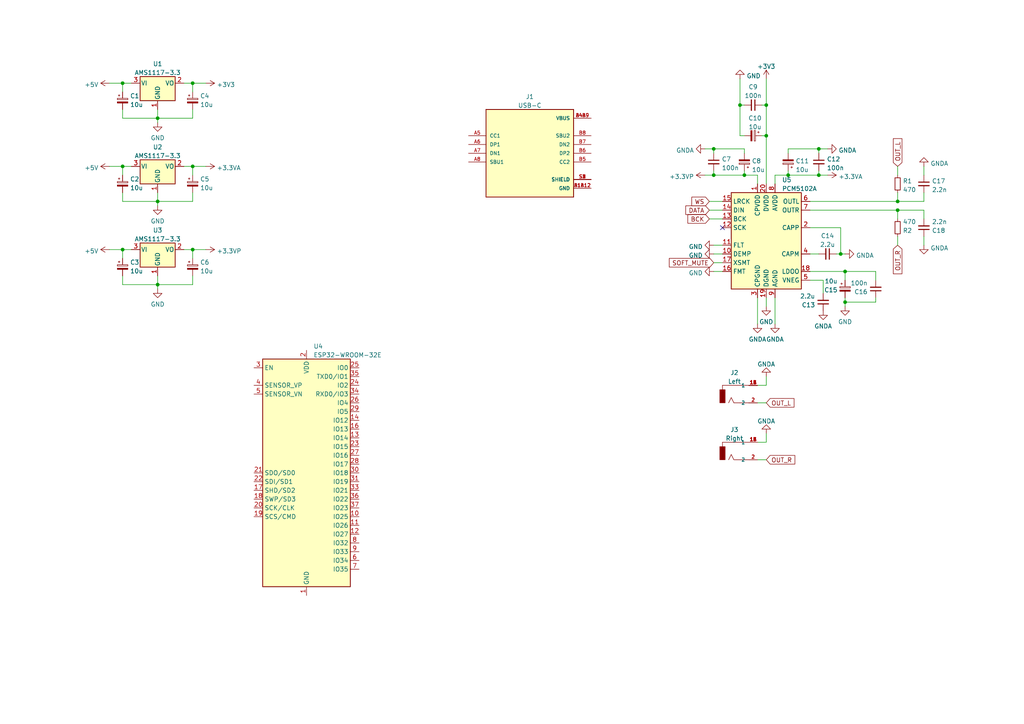
<source format=kicad_sch>
(kicad_sch (version 20211123) (generator eeschema)
  (paper "A4")
  (lib_symbols
    (symbol "Audio:PCM5102"
      (property "Reference" "U" (at -10.16 13.97 0))
      (property "Value" "PCM5102" (at 3.81 13.97 0))
      (symbol "PCM5102_0_1"
        (rectangle (start -10.16 12.7) (end 10.16 -15.24) (stroke (width 0.254)) (fill (type background)))
      )
      (symbol "PCM5102_1_1"
        (pin passive line (at -2.54 15.24 270) (length 2.54) (name "CPVDD") (number "1"))
        (pin input line (at -12.7 -5.08 0) (length 2.54) (name "DEMP") (number "10"))
        (pin input line (at -12.7 -2.54 0) (length 2.54) (name "FLT") (number "11"))
        (pin input line (at -12.7 2.54 0) (length 2.54) (name "SCK") (number "12"))
        (pin input line (at -12.7 5.08 0) (length 2.54) (name "BCK") (number "13"))
        (pin input line (at -12.7 7.62 0) (length 2.54) (name "DIN") (number "14"))
        (pin input line (at -12.7 10.16 0) (length 2.54) (name "LRCK") (number "15"))
        (pin input line (at -12.7 -10.16 0) (length 2.54) (name "FMT") (number "16"))
        (pin input line (at -12.7 -7.62 0) (length 2.54) (name "XSMT") (number "17"))
        (pin passive line (at 12.7 -10.16 180) (length 2.54) (name "LDOO") (number "18"))
        (pin power_in line (at 0 -17.78 90) (length 2.54) (name "DGND") (number "19"))
        (pin passive line (at 12.7 2.54 180) (length 2.54) (name "CAPP") (number "2"))
        (pin power_in line (at 0 15.24 270) (length 2.54) (name "DVDD") (number "20"))
        (pin power_in line (at -2.54 -17.78 90) (length 2.54) (name "CPGND") (number "3"))
        (pin passive line (at 12.7 -5.08 180) (length 2.54) (name "CAPM") (number "4"))
        (pin passive line (at 12.7 -12.7 180) (length 2.54) (name "VNEG") (number "5"))
        (pin output line (at 12.7 10.16 180) (length 2.54) (name "OUTL") (number "6"))
        (pin output line (at 12.7 7.62 180) (length 2.54) (name "OUTR") (number "7"))
        (pin power_in line (at 2.54 15.24 270) (length 2.54) (name "AVDD") (number "8"))
        (pin power_in line (at 2.54 -17.78 90) (length 2.54) (name "AGND") (number "9"))
      )
    )
    (symbol "Device:C_Polarized_Small" (pin_numbers hide) (pin_names (offset 0.254) hide)
      (property "Reference" "C" (at 0.254 1.778 0))
      (property "Value" "C_Polarized_Small" (at 0.254 -2.032 0))
      (symbol "C_Polarized_Small_0_1"
        (rectangle (start -1.524 -0.3048) (end 1.524 -0.6858) (fill (type outline)))
        (rectangle (start -1.524 0.6858) (end 1.524 0.3048))
        (polyline (pts (xy -1.27 1.524) (xy -0.762 1.524)))
        (polyline (pts (xy -1.016 1.27) (xy -1.016 1.778)))
      )
      (symbol "C_Polarized_Small_1_1"
        (pin passive line (at 0 2.54 270) (length 1.8542) (name "~") (number "1"))
        (pin passive line (at 0 -2.54 90) (length 1.8542) (name "~") (number "2"))
      )
    )
    (symbol "Device:C_Small" (pin_numbers hide) (pin_names (offset 0.254) hide)
      (property "Reference" "C" (at 0.254 1.778 0))
      (property "Value" "C_Small" (at 0.254 -2.032 0))
      (symbol "C_Small_0_1"
        (polyline (pts (xy -1.524 -0.508) (xy 1.524 -0.508)) (stroke (width 0.3302)))
        (polyline (pts (xy -1.524 0.508) (xy 1.524 0.508)) (stroke (width 0.3048)))
      )
      (symbol "C_Small_1_1"
        (pin passive line (at 0 2.54 270) (length 2.032) (name "~") (number "1"))
        (pin passive line (at 0 -2.54 90) (length 2.032) (name "~") (number "2"))
      )
    )
    (symbol "Device:R_Small" (pin_numbers hide) (pin_names (offset 0.254) hide)
      (property "Reference" "R" (at 0.762 0.508 0))
      (property "Value" "R_Small" (at 0.762 -1.016 0))
      (symbol "R_Small_0_1"
        (rectangle (start -0.762 1.778) (end 0.762 -1.778) (stroke (width 0.2032)))
      )
      (symbol "R_Small_1_1"
        (pin passive line (at 0 2.54 270) (length 0.762) (name "~") (number "1"))
        (pin passive line (at 0 -2.54 90) (length 0.762) (name "~") (number "2"))
      )
    )
    (symbol "RCJ-013:RCJ-013" (pin_names (offset 1.016))
      (property "Reference" "J" (at -2.54 3.81 0))
      (property "Value" "RCJ-013" (at -2.54 -6.35 0))
      (symbol "RCJ-013_0_0"
        (rectangle (start -3.302 -2.54) (end -1.778 1.27) (fill (type outline)))
        (polyline (pts (xy -2.54 2.54) (xy -2.54 1.27)) (stroke (width 0.1524)))
        (polyline (pts (xy 0 -1.016) (xy -0.762 -2.54)) (stroke (width 0.1524)))
        (polyline (pts (xy 0.762 -2.54) (xy 0 -1.016)) (stroke (width 0.1524)))
        (polyline (pts (xy 2.54 -2.54) (xy 0.762 -2.54)) (stroke (width 0.1524)))
        (polyline (pts (xy 5.08 -2.54) (xy 2.54 -2.54)) (stroke (width 0.1524)))
        (polyline (pts (xy 5.08 2.54) (xy -2.54 2.54)) (stroke (width 0.1524)))
        (pin passive line (at 7.62 2.54 180) (length 2.54) (name "1") (number "1A"))
        (pin passive line (at 7.62 2.54 180) (length 2.54) (name "1") (number "1B"))
        (pin passive line (at 7.62 2.54 180) (length 2.54) (name "1") (number "1C"))
        (pin passive line (at 7.62 -2.54 180) (length 2.54) (name "2") (number "2"))
      )
    )
    (symbol "RF_Module:ESP32-WROOM-32"
      (property "Reference" "U" (at -12.7 34.29 0))
      (property "Value" "ESP32-WROOM-32" (at 1.27 34.29 0))
      (symbol "ESP32-WROOM-32_0_1"
        (rectangle (start -12.7 33.02) (end 12.7 -33.02) (stroke (width 0.254)) (fill (type background)))
      )
      (symbol "ESP32-WROOM-32_1_1"
        (pin power_in line (at 0 -35.56 90) (length 2.54) (name "GND") (number "1"))
        (pin bidirectional line (at 15.24 -12.7 180) (length 2.54) (name "IO25") (number "10"))
        (pin bidirectional line (at 15.24 -15.24 180) (length 2.54) (name "IO26") (number "11"))
        (pin bidirectional line (at 15.24 -17.78 180) (length 2.54) (name "IO27") (number "12"))
        (pin bidirectional line (at 15.24 10.16 180) (length 2.54) (name "IO14") (number "13"))
        (pin bidirectional line (at 15.24 15.24 180) (length 2.54) (name "IO12") (number "14"))
        (pin passive line (at 0 -35.56 90) (length 2.54) hide (name "GND") (number "15"))
        (pin bidirectional line (at 15.24 12.7 180) (length 2.54) (name "IO13") (number "16"))
        (pin bidirectional line (at -15.24 -5.08 0) (length 2.54) (name "SHD/SD2") (number "17"))
        (pin bidirectional line (at -15.24 -7.62 0) (length 2.54) (name "SWP/SD3") (number "18"))
        (pin bidirectional line (at -15.24 -12.7 0) (length 2.54) (name "SCS/CMD") (number "19"))
        (pin power_in line (at 0 35.56 270) (length 2.54) (name "VDD") (number "2"))
        (pin bidirectional line (at -15.24 -10.16 0) (length 2.54) (name "SCK/CLK") (number "20"))
        (pin bidirectional line (at -15.24 0 0) (length 2.54) (name "SDO/SD0") (number "21"))
        (pin bidirectional line (at -15.24 -2.54 0) (length 2.54) (name "SDI/SD1") (number "22"))
        (pin bidirectional line (at 15.24 7.62 180) (length 2.54) (name "IO15") (number "23"))
        (pin bidirectional line (at 15.24 25.4 180) (length 2.54) (name "IO2") (number "24"))
        (pin bidirectional line (at 15.24 30.48 180) (length 2.54) (name "IO0") (number "25"))
        (pin bidirectional line (at 15.24 20.32 180) (length 2.54) (name "IO4") (number "26"))
        (pin bidirectional line (at 15.24 5.08 180) (length 2.54) (name "IO16") (number "27"))
        (pin bidirectional line (at 15.24 2.54 180) (length 2.54) (name "IO17") (number "28"))
        (pin bidirectional line (at 15.24 17.78 180) (length 2.54) (name "IO5") (number "29"))
        (pin input line (at -15.24 30.48 0) (length 2.54) (name "EN") (number "3"))
        (pin bidirectional line (at 15.24 0 180) (length 2.54) (name "IO18") (number "30"))
        (pin bidirectional line (at 15.24 -2.54 180) (length 2.54) (name "IO19") (number "31"))
        (pin no_connect line (at -12.7 -27.94 0) (length 2.54) hide (name "NC") (number "32"))
        (pin bidirectional line (at 15.24 -5.08 180) (length 2.54) (name "IO21") (number "33"))
        (pin bidirectional line (at 15.24 22.86 180) (length 2.54) (name "RXD0/IO3") (number "34"))
        (pin bidirectional line (at 15.24 27.94 180) (length 2.54) (name "TXD0/IO1") (number "35"))
        (pin bidirectional line (at 15.24 -7.62 180) (length 2.54) (name "IO22") (number "36"))
        (pin bidirectional line (at 15.24 -10.16 180) (length 2.54) (name "IO23") (number "37"))
        (pin passive line (at 0 -35.56 90) (length 2.54) hide (name "GND") (number "38"))
        (pin passive line (at 0 -35.56 90) (length 2.54) hide (name "GND") (number "39"))
        (pin input line (at -15.24 25.4 0) (length 2.54) (name "SENSOR_VP") (number "4"))
        (pin input line (at -15.24 22.86 0) (length 2.54) (name "SENSOR_VN") (number "5"))
        (pin input line (at 15.24 -25.4 180) (length 2.54) (name "IO34") (number "6"))
        (pin input line (at 15.24 -27.94 180) (length 2.54) (name "IO35") (number "7"))
        (pin bidirectional line (at 15.24 -20.32 180) (length 2.54) (name "IO32") (number "8"))
        (pin bidirectional line (at 15.24 -22.86 180) (length 2.54) (name "IO33") (number "9"))
      )
    )
    (symbol "Regulator_Linear:AMS1117-3.3" (pin_names (offset 0.254))
      (property "Reference" "U" (at -3.81 3.175 0))
      (property "Value" "AMS1117-3.3" (at 0 3.175 0))
      (symbol "AMS1117-3.3_0_1"
        (rectangle (start -5.08 -5.08) (end 5.08 1.905) (stroke (width 0.254)) (fill (type background)))
      )
      (symbol "AMS1117-3.3_1_1"
        (pin power_in line (at 0 -7.62 90) (length 2.54) (name "GND") (number "1"))
        (pin power_out line (at 7.62 0 180) (length 2.54) (name "VO") (number "2"))
        (pin power_in line (at -7.62 0 0) (length 2.54) (name "VI") (number "3"))
      )
    )
    (symbol "TYPE-C-31-M-12:TYPE-C-31-M-12" (pin_names (offset 1.016))
      (property "Reference" "J" (at -12.7 13.462 0))
      (property "Value" "TYPE-C-31-M-12" (at -12.7 -13.462 0))
      (symbol "TYPE-C-31-M-12_0_0"
        (rectangle (start -12.7 -12.7) (end 12.7 12.7) (stroke (width 0.254)) (fill (type background)))
        (pin power_in line (at 17.78 -10.16 180) (length 5.08) (name "GND") (number "A1B12"))
        (pin power_in line (at 17.78 10.16 180) (length 5.08) (name "VBUS") (number "A4B9"))
        (pin bidirectional line (at -17.78 5.08 0) (length 5.08) (name "CC1") (number "A5"))
        (pin bidirectional line (at -17.78 2.54 0) (length 5.08) (name "DP1") (number "A6"))
        (pin bidirectional line (at -17.78 0 0) (length 5.08) (name "DN1") (number "A7"))
        (pin bidirectional line (at -17.78 -2.54 0) (length 5.08) (name "SBU1") (number "A8"))
        (pin power_in line (at 17.78 -10.16 180) (length 5.08) (name "GND") (number "B1A12"))
        (pin power_in line (at 17.78 10.16 180) (length 5.08) (name "VBUS") (number "B4A9"))
        (pin bidirectional line (at 17.78 -2.54 180) (length 5.08) (name "CC2") (number "B5"))
        (pin bidirectional line (at 17.78 0 180) (length 5.08) (name "DP2") (number "B6"))
        (pin bidirectional line (at 17.78 2.54 180) (length 5.08) (name "DN2") (number "B7"))
        (pin bidirectional line (at 17.78 5.08 180) (length 5.08) (name "SBU2") (number "B8"))
        (pin passive line (at 17.78 -7.62 180) (length 5.08) (name "SHIELD") (number "S1"))
        (pin passive line (at 17.78 -7.62 180) (length 5.08) (name "SHIELD") (number "S2"))
        (pin passive line (at 17.78 -7.62 180) (length 5.08) (name "SHIELD") (number "S3"))
        (pin passive line (at 17.78 -7.62 180) (length 5.08) (name "SHIELD") (number "S4"))
      )
    )
    (symbol "power:+3.3V" (power) (pin_names (offset 0))
      (property "Value" "+3.3V" (at 0 3.556 0))
      (symbol "+3.3V_0_1"
        (polyline (pts (xy -0.762 1.27) (xy 0 2.54)))
        (polyline (pts (xy 0 0) (xy 0 2.54)))
        (polyline (pts (xy 0 2.54) (xy 0.762 1.27)))
      )
      (symbol "+3.3V_1_1"
        (pin power_in line (at 0 0 90) (length 0) hide (name "+3V3") (number "1"))
      )
    )
    (symbol "power:+3.3VA" (power) (pin_names (offset 0))
      (property "Value" "+3.3VA" (at 0 3.556 0))
      (symbol "+3.3VA_0_1"
        (polyline (pts (xy -0.762 1.27) (xy 0 2.54)))
        (polyline (pts (xy 0 0) (xy 0 2.54)))
        (polyline (pts (xy 0 2.54) (xy 0.762 1.27)))
      )
      (symbol "+3.3VA_1_1"
        (pin power_in line (at 0 0 90) (length 0) hide (name "+3.3VA") (number "1"))
      )
    )
    (symbol "power:+3.3VP" (power) (pin_names (offset 0))
      (property "Value" "+3.3VP" (at 0 2.54 0))
      (symbol "+3.3VP_0_0"
        (pin power_in line (at 0 0 90) (length 0) hide (name "+3.3VP") (number "1"))
      )
      (symbol "+3.3VP_0_1"
        (polyline (pts (xy -0.762 1.27) (xy 0 2.54)))
        (polyline (pts (xy 0 0) (xy 0 2.54)))
        (polyline (pts (xy 0 2.54) (xy 0.762 1.27)))
      )
    )
    (symbol "power:+5V" (power) (pin_names (offset 0))
      (property "Value" "+5V" (at 0 3.556 0))
      (symbol "+5V_0_1"
        (polyline (pts (xy -0.762 1.27) (xy 0 2.54)))
        (polyline (pts (xy 0 0) (xy 0 2.54)))
        (polyline (pts (xy 0 2.54) (xy 0.762 1.27)))
      )
      (symbol "+5V_1_1"
        (pin power_in line (at 0 0 90) (length 0) hide (name "+5V") (number "1"))
      )
    )
    (symbol "power:GND" (power) (pin_names (offset 0))
      (property "Value" "GND" (at 0 -3.81 0))
      (symbol "GND_0_1"
        (polyline (pts (xy 0 0) (xy 0 -1.27) (xy 1.27 -1.27) (xy 0 -2.54) (xy -1.27 -1.27) (xy 0 -1.27)))
      )
      (symbol "GND_1_1"
        (pin power_in line (at 0 0 270) (length 0) hide (name "GND") (number "1"))
      )
    )
    (symbol "power:GNDA" (power) (pin_names (offset 0))
      (property "Value" "GNDA" (at 0 -3.81 0))
      (symbol "GNDA_0_1"
        (polyline (pts (xy 0 0) (xy 0 -1.27) (xy 1.27 -1.27) (xy 0 -2.54) (xy -1.27 -1.27) (xy 0 -1.27)))
      )
      (symbol "GNDA_1_1"
        (pin power_in line (at 0 0 270) (length 0) hide (name "GNDA") (number "1"))
      )
    )
  )
  (junction (at 207.01 50.8))
  (junction (at 237.49 43.18))
  (junction (at 35.56 48.26))
  (junction (at 45.72 34.29))
  (junction (at 55.88 24.13))
  (junction (at 260.35 60.96))
  (junction (at 237.49 50.8))
  (junction (at 245.11 78.74))
  (junction (at 207.01 43.18))
  (junction (at 222.25 30.48))
  (junction (at 245.11 87.63))
  (junction (at 243.84 73.66))
  (junction (at 215.9 50.8))
  (junction (at 260.35 58.42))
  (junction (at 35.56 24.13))
  (junction (at 228.6 50.8))
  (junction (at 45.72 82.55))
  (junction (at 222.25 39.37))
  (junction (at 55.88 48.26))
  (junction (at 214.63 30.48))
  (junction (at 35.56 72.39))
  (junction (at 55.88 72.39))
  (junction (at 45.72 58.42))
  (no_connect (at 209.55 66.04))
  (wire (pts (xy 55.88 24.13) (xy 55.88 26.67)))
  (wire (pts (xy 214.63 39.37) (xy 215.9 39.37)))
  (wire (pts (xy 55.88 34.29) (xy 45.72 34.29)))
  (wire (pts (xy 53.34 72.39) (xy 55.88 72.39)))
  (wire (pts (xy 260.35 71.12) (xy 260.35 68.58)))
  (wire (pts (xy 35.56 24.13) (xy 35.56 26.67)))
  (wire (pts (xy 237.49 43.18) (xy 240.03 43.18)))
  (wire (pts (xy 35.56 55.88) (xy 35.56 58.42)))
  (wire (pts (xy 53.34 24.13) (xy 55.88 24.13)))
  (wire (pts (xy 228.6 50.8) (xy 237.49 50.8)))
  (wire (pts (xy 55.88 48.26) (xy 59.69 48.26)))
  (wire (pts (xy 31.75 48.26) (xy 35.56 48.26)))
  (wire (pts (xy 55.88 82.55) (xy 45.72 82.55)))
  (wire (pts (xy 205.74 58.42) (xy 209.55 58.42)))
  (wire (pts (xy 222.25 39.37) (xy 220.98 39.37)))
  (wire (pts (xy 53.34 48.26) (xy 55.88 48.26)))
  (wire (pts (xy 245.11 78.74) (xy 245.11 81.28)))
  (wire (pts (xy 207.01 78.74) (xy 209.55 78.74)))
  (wire (pts (xy 260.35 58.42) (xy 260.35 55.88)))
  (wire (pts (xy 228.6 43.18) (xy 237.49 43.18)))
  (wire (pts (xy 31.75 24.13) (xy 35.56 24.13)))
  (wire (pts (xy 234.95 58.42) (xy 260.35 58.42)))
  (wire (pts (xy 219.71 133.35) (xy 222.25 133.35)))
  (wire (pts (xy 222.25 39.37) (xy 222.25 53.34)))
  (wire (pts (xy 35.56 48.26) (xy 35.56 50.8)))
  (wire (pts (xy 224.79 53.34) (xy 224.79 50.8)))
  (wire (pts (xy 228.6 44.45) (xy 228.6 43.18)))
  (wire (pts (xy 35.56 80.01) (xy 35.56 82.55)))
  (wire (pts (xy 243.84 66.04) (xy 243.84 73.66)))
  (wire (pts (xy 55.88 72.39) (xy 59.69 72.39)))
  (wire (pts (xy 35.56 24.13) (xy 38.1 24.13)))
  (wire (pts (xy 204.47 43.18) (xy 207.01 43.18)))
  (wire (pts (xy 234.95 66.04) (xy 243.84 66.04)))
  (wire (pts (xy 222.25 86.36) (xy 222.25 88.9)))
  (wire (pts (xy 215.9 50.8) (xy 219.71 50.8)))
  (wire (pts (xy 260.35 60.96) (xy 260.35 63.5)))
  (wire (pts (xy 234.95 81.28) (xy 238.76 81.28)))
  (wire (pts (xy 260.35 48.26) (xy 260.35 50.8)))
  (wire (pts (xy 55.88 55.88) (xy 55.88 58.42)))
  (wire (pts (xy 207.01 73.66) (xy 209.55 73.66)))
  (wire (pts (xy 35.56 72.39) (xy 38.1 72.39)))
  (wire (pts (xy 55.88 48.26) (xy 55.88 50.8)))
  (wire (pts (xy 45.72 55.88) (xy 45.72 58.42)))
  (wire (pts (xy 205.74 63.5) (xy 209.55 63.5)))
  (wire (pts (xy 237.49 50.8) (xy 240.03 50.8)))
  (wire (pts (xy 254 86.36) (xy 254 87.63)))
  (wire (pts (xy 215.9 49.53) (xy 215.9 50.8)))
  (wire (pts (xy 219.71 50.8) (xy 219.71 53.34)))
  (wire (pts (xy 254 78.74) (xy 254 81.28)))
  (wire (pts (xy 207.01 50.8) (xy 215.9 50.8)))
  (wire (pts (xy 222.25 22.86) (xy 222.25 30.48)))
  (wire (pts (xy 219.71 128.27) (xy 222.25 128.27)))
  (wire (pts (xy 234.95 60.96) (xy 260.35 60.96)))
  (wire (pts (xy 35.56 58.42) (xy 45.72 58.42)))
  (wire (pts (xy 219.71 111.76) (xy 222.25 111.76)))
  (wire (pts (xy 267.97 71.12) (xy 267.97 68.58)))
  (wire (pts (xy 219.71 116.84) (xy 222.25 116.84)))
  (wire (pts (xy 245.11 87.63) (xy 254 87.63)))
  (wire (pts (xy 31.75 72.39) (xy 35.56 72.39)))
  (wire (pts (xy 35.56 31.75) (xy 35.56 34.29)))
  (wire (pts (xy 237.49 43.18) (xy 237.49 44.45)))
  (wire (pts (xy 55.88 58.42) (xy 45.72 58.42)))
  (wire (pts (xy 207.01 44.45) (xy 207.01 43.18)))
  (wire (pts (xy 45.72 82.55) (xy 45.72 83.82)))
  (wire (pts (xy 242.57 73.66) (xy 243.84 73.66)))
  (wire (pts (xy 234.95 78.74) (xy 245.11 78.74)))
  (wire (pts (xy 45.72 34.29) (xy 45.72 35.56)))
  (wire (pts (xy 207.01 76.2) (xy 209.55 76.2)))
  (wire (pts (xy 214.63 30.48) (xy 214.63 39.37)))
  (wire (pts (xy 222.25 111.76) (xy 222.25 109.22)))
  (wire (pts (xy 205.74 60.96) (xy 209.55 60.96)))
  (wire (pts (xy 215.9 43.18) (xy 215.9 44.45)))
  (wire (pts (xy 267.97 55.88) (xy 267.97 58.42)))
  (wire (pts (xy 45.72 58.42) (xy 45.72 59.69)))
  (wire (pts (xy 267.97 63.5) (xy 267.97 60.96)))
  (wire (pts (xy 207.01 71.12) (xy 209.55 71.12)))
  (wire (pts (xy 55.88 72.39) (xy 55.88 74.93)))
  (wire (pts (xy 245.11 87.63) (xy 245.11 88.9)))
  (wire (pts (xy 267.97 48.26) (xy 267.97 50.8)))
  (wire (pts (xy 45.72 80.01) (xy 45.72 82.55)))
  (wire (pts (xy 220.98 30.48) (xy 222.25 30.48)))
  (wire (pts (xy 234.95 73.66) (xy 237.49 73.66)))
  (wire (pts (xy 55.88 80.01) (xy 55.88 82.55)))
  (wire (pts (xy 222.25 30.48) (xy 222.25 39.37)))
  (wire (pts (xy 245.11 86.36) (xy 245.11 87.63)))
  (wire (pts (xy 224.79 50.8) (xy 228.6 50.8)))
  (wire (pts (xy 55.88 31.75) (xy 55.88 34.29)))
  (wire (pts (xy 214.63 30.48) (xy 215.9 30.48)))
  (wire (pts (xy 219.71 86.36) (xy 219.71 93.98)))
  (wire (pts (xy 35.56 48.26) (xy 38.1 48.26)))
  (wire (pts (xy 260.35 58.42) (xy 267.97 58.42)))
  (wire (pts (xy 204.47 50.8) (xy 207.01 50.8)))
  (wire (pts (xy 35.56 72.39) (xy 35.56 74.93)))
  (wire (pts (xy 222.25 128.27) (xy 222.25 125.73)))
  (wire (pts (xy 245.11 78.74) (xy 254 78.74)))
  (wire (pts (xy 238.76 81.28) (xy 238.76 85.09)))
  (wire (pts (xy 55.88 24.13) (xy 59.69 24.13)))
  (wire (pts (xy 207.01 49.53) (xy 207.01 50.8)))
  (wire (pts (xy 207.01 43.18) (xy 215.9 43.18)))
  (wire (pts (xy 243.84 73.66) (xy 245.11 73.66)))
  (wire (pts (xy 45.72 31.75) (xy 45.72 34.29)))
  (wire (pts (xy 35.56 82.55) (xy 45.72 82.55)))
  (wire (pts (xy 214.63 22.86) (xy 214.63 30.48)))
  (wire (pts (xy 35.56 34.29) (xy 45.72 34.29)))
  (wire (pts (xy 237.49 49.53) (xy 237.49 50.8)))
  (wire (pts (xy 224.79 86.36) (xy 224.79 93.98)))
  (wire (pts (xy 228.6 49.53) (xy 228.6 50.8)))
  (wire (pts (xy 260.35 60.96) (xy 267.97 60.96)))
  (global_label "DATA" (shape input) (at 205.74 60.96 180) (property "Intersheet References" "${INTERSHEET_REFS}" (effects hide)))
  (global_label "BCK" (shape input) (at 205.74 63.5 180) (property "Intersheet References" "${INTERSHEET_REFS}" (effects hide)))
  (global_label "OUT_R" (shape input) (at 222.25 133.35 0) (property "Intersheet References" "${INTERSHEET_REFS}" (effects hide)))
  (global_label "WS" (shape input) (at 205.74 58.42 180) (property "Intersheet References" "${INTERSHEET_REFS}" (effects hide)))
  (global_label "OUT_L" (shape input) (at 222.25 116.84 0) (property "Intersheet References" "${INTERSHEET_REFS}" (effects hide)))
  (global_label "OUT_R" (shape input) (at 260.35 71.12 270) (property "Intersheet References" "${INTERSHEET_REFS}" (effects hide)))
  (global_label "SOFT_MUTE" (shape input) (at 207.01 76.2 180) (property "Intersheet References" "${INTERSHEET_REFS}" (effects hide)))
  (global_label "OUT_L" (shape input) (at 260.35 48.26 90) (property "Intersheet References" "${INTERSHEET_REFS}" (effects hide)))
  (symbol (lib_id "Device:C_Polarized_Small") (at 215.9 46.99 180) (unit 1)
    (property "Reference" "C8" (at 218.059 46.7014 0) (effects (justify right)))
    (property "Value" "10u" (at 218.059 49.2383 0) (effects (justify right)))
    (property "Footprint" "Capacitor_SMD:C_1206_3216Metric" (effects hide))
    (property "Datasheet" "https://datasheet.lcsc.com/lcsc/1811071223_AVX-TAJA106K016RNJ_C7171.pdf" (effects hide))
    (property "LCSC#" "C7171" (effects hide))
  )
  (symbol (lib_id "Device:C_Small") (at 267.97 53.34 0) (unit 1)
    (property "Reference" "C17" (at 270.2941 52.5116 0) (effects (justify left)))
    (property "Value" "2.2n" (at 270.2941 55.0485 0) (effects (justify left)))
    (property "Footprint" "Capacitor_SMD:C_0805_2012Metric" (effects hide))
    (property "Datasheet" "https://datasheet.lcsc.com/lcsc/1810191215_Samsung-Electro-Mechanics-CL21C222JBFNNNE_C28260.pdf" (effects hide))
    (property "LCSC#" "C28260" (effects hide))
  )
  (symbol (lib_id "Device:C_Polarized_Small") (at 228.6 46.99 180) (unit 1)
    (property "Reference" "C11" (at 230.759 46.7014 0) (effects (justify right)))
    (property "Value" "10u" (at 230.759 49.2383 0) (effects (justify right)))
    (property "Footprint" "Capacitor_SMD:C_1206_3216Metric" (effects hide))
    (property "Datasheet" "https://datasheet.lcsc.com/lcsc/1811071223_AVX-TAJA106K016RNJ_C7171.pdf" (effects hide))
    (property "LCSC#" "C7171" (effects hide))
  )
  (symbol (lib_id "Device:C_Small") (at 238.76 87.63 180) (unit 1)
    (property "Reference" "C13" (at 236.4359 88.4584 0) (effects (justify left)))
    (property "Value" "2.2u" (at 236.4359 85.9215 0) (effects (justify left)))
    (property "Footprint" "Capacitor_SMD:C_0402_1005Metric" (effects hide))
    (property "Datasheet" "https://datasheet.lcsc.com/lcsc/1811021410_Samsung-Electro-Mechanics-CL05A225MQ5NSNC_C12530.pdf" (effects hide))
    (property "LCSC#" "C12530" (effects hide))
  )
  (symbol (lib_id "Device:C_Polarized_Small") (at 55.88 53.34 0) (unit 1)
    (property "Reference" "C5" (at 58.039 51.9592 0) (effects (justify left)))
    (property "Value" "10u" (at 58.039 54.4961 0) (effects (justify left)))
    (property "Footprint" "Capacitor_SMD:C_1206_3216Metric" (effects hide))
    (property "Datasheet" "https://datasheet.lcsc.com/lcsc/1811071223_AVX-TAJA106K016RNJ_C7171.pdf" (effects hide))
    (property "LCSC#" "C7171" (effects hide))
  )
  (symbol (lib_id "Device:C_Small") (at 218.44 30.48 270) (unit 1)
    (property "Reference" "C9" (at 218.4336 25.2181 90))
    (property "Value" "100n" (at 218.4336 27.755 90))
    (property "Footprint" "Capacitor_SMD:C_0402_1005Metric" (effects hide))
    (property "Datasheet" "https://datasheet.lcsc.com/lcsc/1810191219_Samsung-Electro-Mechanics-CL05B104KO5NNNC_C1525.pdf" (effects hide))
    (property "LCSC#" "C1525" (effects hide))
  )
  (symbol (lib_id "TYPE-C-31-M-12:TYPE-C-31-M-12") (at 153.67 44.45 0) (unit 1)
    (property "Reference" "J1" (at 153.67 28.0502 0))
    (property "Value" "USB-C" (at 153.67 30.5871 0))
    (property "Footprint" "31-M-12:HRO_TYPE-C-31-M-12" (effects hide))
    (property "STANDARD" "Manufacturer Recommendations" (effects hide))
    (property "PARTREV" "A" (effects hide))
    (property "MANUFACTURER" "HRO Electronics" (effects hide))
    (property "MAXIMUM_PACKAGE_HEIGHT" "3.31mm" (effects hide))
    (property "LCSC#" "C165948" (effects hide))
  )
  (symbol (lib_id "Device:C_Small") (at 240.03 73.66 270) (unit 1)
    (property "Reference" "C14" (at 240.0236 68.3981 90))
    (property "Value" "2.2u" (at 240.0236 70.935 90))
    (property "Footprint" "Capacitor_SMD:C_0402_1005Metric" (effects hide))
    (property "Datasheet" "https://datasheet.lcsc.com/lcsc/1811021410_Samsung-Electro-Mechanics-CL05A225MQ5NSNC_C12530.pdf" (effects hide))
    (property "LCSC#" "C12530" (effects hide))
  )
  (symbol (lib_id "power:GND") (at 207.01 73.66 270) (unit 1)
    (property "Reference" "#PWR013" (effects hide))
    (property "Value" "GND" (at 203.8351 74.0938 90) (effects (justify right)))
  )
  (symbol (lib_id "power:+5V") (at 31.75 48.26 90) (unit 1)
    (property "Reference" "#PWR02" (effects hide))
    (property "Value" "+5V" (at 28.5751 48.6938 90) (effects (justify left)))
  )
  (symbol (lib_id "power:+3.3VP") (at 59.69 72.39 270) (unit 1)
    (property "Reference" "#PWR09" (effects hide))
    (property "Value" "+3.3VP" (at 62.865 72.8238 90) (effects (justify left)))
  )
  (symbol (lib_id "power:+3.3VP") (at 204.47 50.8 90) (unit 1)
    (property "Reference" "#PWR011" (effects hide))
    (property "Value" "+3.3VP" (at 201.295 51.2338 90) (effects (justify left)))
  )
  (symbol (lib_id "power:GNDA") (at 240.03 43.18 90) (unit 1)
    (property "Reference" "#PWR023" (effects hide))
    (property "Value" "GNDA" (at 243.205 43.6138 90) (effects (justify right)))
  )
  (symbol (lib_id "Device:C_Small") (at 207.01 46.99 0) (unit 1)
    (property "Reference" "C7" (at 209.3341 46.1616 0) (effects (justify left)))
    (property "Value" "100n" (at 209.3341 48.6985 0) (effects (justify left)))
    (property "Footprint" "Capacitor_SMD:C_0402_1005Metric" (effects hide))
    (property "Datasheet" "https://datasheet.lcsc.com/lcsc/1810191219_Samsung-Electro-Mechanics-CL05B104KO5NNNC_C1525.pdf" (effects hide))
    (property "LCSC#" "C1525" (effects hide))
  )
  (symbol (lib_id "RCJ-013:RCJ-013") (at 212.09 114.3 0) (unit 1)
    (property "Reference" "J2" (at 213.0171 108.111 0))
    (property "Value" "Left" (at 213.0171 110.6479 0))
    (property "Footprint" "RCJ-013:CUI_RCJ-013" (effects hide))
    (property "PART_REV" "B" (effects hide))
    (property "STANDARD" "Manufacturer recommendations" (effects hide))
    (property "MANUFACTURER" "CUI Inc" (effects hide))
  )
  (symbol (lib_id "power:GNDA") (at 222.25 109.22 180) (unit 1)
    (property "Reference" "#PWR019" (effects hide))
    (property "Value" "GNDA" (at 222.25 105.6442 0))
  )
  (symbol (lib_id "RF_Module:ESP32-WROOM-32") (at 88.9 137.16 0) (unit 1)
    (property "Reference" "U4" (at 90.9194 100.4402 0) (effects (justify left)))
    (property "Value" "ESP32-WROOM-32E" (at 90.9194 102.9771 0) (effects (justify left)))
    (property "Footprint" "RF_Module:ESP32-WROOM-32" (effects hide))
    (property "Datasheet" "https://www.espressif.com/sites/default/files/documentation/esp32-wroom-32e_esp32-wroom-32ue_datasheet_en.pdf" (effects hide))
    (property "LSCS#" "C701341" (effects hide))
  )
  (symbol (lib_id "power:GND") (at 45.72 83.82 0) (unit 1)
    (property "Reference" "#PWR06" (effects hide))
    (property "Value" "GND" (at 45.72 88.2634 0))
  )
  (symbol (lib_id "Device:C_Polarized_Small") (at 55.88 29.21 0) (unit 1)
    (property "Reference" "C4" (at 58.039 27.8292 0) (effects (justify left)))
    (property "Value" "10u" (at 58.039 30.3661 0) (effects (justify left)))
    (property "Footprint" "Capacitor_SMD:C_1206_3216Metric" (effects hide))
    (property "Datasheet" "https://datasheet.lcsc.com/lcsc/1811071223_AVX-TAJA106K016RNJ_C7171.pdf" (effects hide))
    (property "LCSC#" "C7171" (effects hide))
  )
  (symbol (lib_id "Device:C_Polarized_Small") (at 245.11 83.82 0) (unit 1)
    (property "Reference" "C15" (at 242.951 84.1086 0) (effects (justify right)))
    (property "Value" "10u" (at 242.951 81.5717 0) (effects (justify right)))
    (property "Footprint" "Capacitor_SMD:C_1206_3216Metric" (effects hide))
    (property "Datasheet" "https://datasheet.lcsc.com/lcsc/1811071223_AVX-TAJA106K016RNJ_C7171.pdf" (effects hide))
    (property "LCSC#" "C7171" (effects hide))
  )
  (symbol (lib_id "power:+5V") (at 31.75 24.13 90) (unit 1)
    (property "Reference" "#PWR01" (effects hide))
    (property "Value" "+5V" (at 28.5751 24.5638 90) (effects (justify left)))
  )
  (symbol (lib_id "power:GND") (at 45.72 59.69 0) (unit 1)
    (property "Reference" "#PWR05" (effects hide))
    (property "Value" "GND" (at 45.72 64.1334 0))
  )
  (symbol (lib_id "Device:C_Polarized_Small") (at 218.44 39.37 270) (unit 1)
    (property "Reference" "C10" (at 218.9861 34.2732 90))
    (property "Value" "10u" (at 218.9861 36.8101 90))
    (property "Footprint" "Capacitor_SMD:C_1206_3216Metric" (effects hide))
    (property "Datasheet" "https://datasheet.lcsc.com/lcsc/1811071223_AVX-TAJA106K016RNJ_C7171.pdf" (effects hide))
    (property "LCSC#" "C7171" (effects hide))
  )
  (symbol (lib_id "power:+3.3V") (at 59.69 24.13 270) (unit 1)
    (property "Reference" "#PWR07" (effects hide))
    (property "Value" "+3.3V" (at 62.865 24.5638 90) (effects (justify left)))
  )
  (symbol (lib_id "power:GNDA") (at 267.97 48.26 180) (unit 1)
    (property "Reference" "#PWR027" (effects hide))
    (property "Value" "GNDA" (at 269.875 47.4238 0) (effects (justify right)))
  )
  (symbol (lib_id "RCJ-013:RCJ-013") (at 212.09 130.81 0) (unit 1)
    (property "Reference" "J3" (at 213.0171 124.621 0))
    (property "Value" "Right" (at 213.0171 127.1579 0))
    (property "Footprint" "RCJ-013:CUI_RCJ-013" (effects hide))
    (property "PART_REV" "B" (effects hide))
    (property "STANDARD" "Manufacturer recommendations" (effects hide))
    (property "MANUFACTURER" "CUI Inc" (effects hide))
  )
  (symbol (lib_id "Regulator_Linear:AMS1117-3.3") (at 45.72 24.13 0) (unit 1)
    (property "Reference" "U1" (at 45.72 18.5252 0))
    (property "Value" "AMS1117-3.3" (at 45.72 21.0621 0))
    (property "Footprint" "Package_TO_SOT_SMD:SOT-223-3_TabPin2" (effects hide))
    (property "Datasheet" "http://www.advanced-monolithic.com/pdf/ds1117.pdf" (effects hide))
    (property "LSCS#" "C6186" (effects hide))
  )
  (symbol (lib_id "Device:C_Small") (at 237.49 46.99 0) (unit 1)
    (property "Reference" "C12" (at 239.8141 46.1616 0) (effects (justify left)))
    (property "Value" "100n" (at 239.8141 48.6985 0) (effects (justify left)))
    (property "Footprint" "Capacitor_SMD:C_0402_1005Metric" (effects hide))
    (property "Datasheet" "https://datasheet.lcsc.com/lcsc/1810191219_Samsung-Electro-Mechanics-CL05B104KO5NNNC_C1525.pdf" (effects hide))
    (property "LCSC#" "C1525" (effects hide))
  )
  (symbol (lib_id "Device:C_Polarized_Small") (at 35.56 29.21 0) (unit 1)
    (property "Reference" "C1" (at 37.719 27.8292 0) (effects (justify left)))
    (property "Value" "10u" (at 37.719 30.3661 0) (effects (justify left)))
    (property "Footprint" "Capacitor_SMD:C_1206_3216Metric" (effects hide))
    (property "Datasheet" "https://datasheet.lcsc.com/lcsc/1811071223_AVX-TAJA106K016RNJ_C7171.pdf" (effects hide))
    (property "LCSC#" "C7171" (effects hide))
  )
  (symbol (lib_id "power:GNDA") (at 204.47 43.18 270) (unit 1)
    (property "Reference" "#PWR010" (effects hide))
    (property "Value" "GNDA" (at 201.295 43.6138 90) (effects (justify right)))
  )
  (symbol (lib_id "power:+3.3VA") (at 240.03 50.8 270) (unit 1)
    (property "Reference" "#PWR024" (effects hide))
    (property "Value" "+3.3VA" (at 243.205 51.2338 90) (effects (justify left)))
  )
  (symbol (lib_id "power:GND") (at 214.63 22.86 180) (unit 1)
    (property "Reference" "#PWR015" (effects hide))
    (property "Value" "GND" (at 216.535 22.0238 0) (effects (justify right)))
  )
  (symbol (lib_id "Regulator_Linear:AMS1117-3.3") (at 45.72 72.39 0) (unit 1)
    (property "Reference" "U3" (at 45.72 66.7852 0))
    (property "Value" "AMS1117-3.3" (at 45.72 69.3221 0))
    (property "Footprint" "Package_TO_SOT_SMD:SOT-223-3_TabPin2" (effects hide))
    (property "Datasheet" "http://www.advanced-monolithic.com/pdf/ds1117.pdf" (effects hide))
    (property "LSCS#" "C6186" (effects hide))
  )
  (symbol (lib_id "Device:C_Small") (at 254 83.82 180) (unit 1)
    (property "Reference" "C16" (at 251.6759 84.6484 0) (effects (justify left)))
    (property "Value" "100n" (at 251.6759 82.1115 0) (effects (justify left)))
    (property "Footprint" "Capacitor_SMD:C_0402_1005Metric" (effects hide))
    (property "Datasheet" "https://datasheet.lcsc.com/lcsc/1810191219_Samsung-Electro-Mechanics-CL05B104KO5NNNC_C1525.pdf" (effects hide))
    (property "LCSC#" "C1525" (effects hide))
  )
  (symbol (lib_id "power:GND") (at 207.01 78.74 270) (unit 1)
    (property "Reference" "#PWR014" (effects hide))
    (property "Value" "GND" (at 203.8351 79.1738 90) (effects (justify right)))
  )
  (symbol (lib_id "Audio:PCM5102") (at 222.25 68.58 0) (unit 1)
    (property "Reference" "U5" (at 226.8094 52.1802 0) (effects (justify left)))
    (property "Value" "PCM5102A" (at 226.8094 54.7171 0) (effects (justify left)))
    (property "Footprint" "Package_SO:TSSOP-20_4.4x6.5mm_P0.65mm" (effects hide))
    (property "Datasheet" "http://www.ti.com/lit/ds/symlink/pcm5102a.pdf" (effects hide))
    (property "LCSC#" "C107671" (effects hide))
  )
  (symbol (lib_id "power:GNDA") (at 238.76 90.17 0) (unit 1)
    (property "Reference" "#PWR022" (effects hide))
    (property "Value" "GNDA" (at 238.76 94.6134 0))
  )
  (symbol (lib_id "power:GND") (at 222.25 88.9 0) (unit 1)
    (property "Reference" "#PWR018" (effects hide))
    (property "Value" "GND" (at 222.25 93.3434 0))
  )
  (symbol (lib_id "Device:C_Polarized_Small") (at 55.88 77.47 0) (unit 1)
    (property "Reference" "C6" (at 58.039 76.0892 0) (effects (justify left)))
    (property "Value" "10u" (at 58.039 78.6261 0) (effects (justify left)))
    (property "Footprint" "Capacitor_SMD:C_1206_3216Metric" (effects hide))
    (property "Datasheet" "https://datasheet.lcsc.com/lcsc/1811071223_AVX-TAJA106K016RNJ_C7171.pdf" (effects hide))
    (property "LCSC#" "C7171" (effects hide))
  )
  (symbol (lib_id "power:+3.3V") (at 222.25 22.86 0) (unit 1)
    (property "Reference" "#PWR017" (effects hide))
    (property "Value" "+3.3V" (at 222.25 19.2842 0))
  )
  (symbol (lib_id "power:GNDA") (at 224.79 93.98 0) (unit 1)
    (property "Reference" "#PWR021" (effects hide))
    (property "Value" "GNDA" (at 224.79 98.4234 0))
  )
  (symbol (lib_id "Device:R_Small") (at 260.35 66.04 0) (mirror y) (unit 1)
    (property "Reference" "R2" (at 261.8486 66.8747 0) (effects (justify right)))
    (property "Value" "470" (at 261.8486 64.3378 0) (effects (justify right)))
    (property "Footprint" "Resistor_SMD:R_0402_1005Metric" (effects hide))
    (property "Datasheet" "https://datasheet.lcsc.com/lcsc/2110252230_UNI-ROYAL-Uniroyal-Elec-0402WGF4700TCE_C25117.pdf" (effects hide))
    (property "LSCS#" "C25117" (effects hide))
  )
  (symbol (lib_id "power:+5V") (at 31.75 72.39 90) (unit 1)
    (property "Reference" "#PWR03" (effects hide))
    (property "Value" "+5V" (at 28.5751 72.8238 90) (effects (justify left)))
  )
  (symbol (lib_id "Device:C_Polarized_Small") (at 35.56 53.34 0) (unit 1)
    (property "Reference" "C2" (at 37.719 51.9592 0) (effects (justify left)))
    (property "Value" "10u" (at 37.719 54.4961 0) (effects (justify left)))
    (property "Footprint" "Capacitor_SMD:C_1206_3216Metric" (effects hide))
    (property "Datasheet" "https://datasheet.lcsc.com/lcsc/1811071223_AVX-TAJA106K016RNJ_C7171.pdf" (effects hide))
    (property "LCSC#" "C7171" (effects hide))
  )
  (symbol (lib_id "power:GNDA") (at 222.25 125.73 180) (unit 1)
    (property "Reference" "#PWR020" (effects hide))
    (property "Value" "GNDA" (at 222.25 122.1542 0))
  )
  (symbol (lib_id "Regulator_Linear:AMS1117-3.3") (at 45.72 48.26 0) (unit 1)
    (property "Reference" "U2" (at 45.72 42.6552 0))
    (property "Value" "AMS1117-3.3" (at 45.72 45.1921 0))
    (property "Footprint" "Package_TO_SOT_SMD:SOT-223-3_TabPin2" (effects hide))
    (property "Datasheet" "http://www.advanced-monolithic.com/pdf/ds1117.pdf" (effects hide))
    (property "LSCS#" "C6186" (effects hide))
  )
  (symbol (lib_id "power:+3.3VA") (at 59.69 48.26 270) (unit 1)
    (property "Reference" "#PWR08" (effects hide))
    (property "Value" "+3.3VA" (at 62.865 48.6938 90) (effects (justify left)))
  )
  (symbol (lib_id "power:GNDA") (at 245.11 73.66 90) (unit 1)
    (property "Reference" "#PWR025" (effects hide))
    (property "Value" "GNDA" (at 248.285 74.0938 90) (effects (justify right)))
  )
  (symbol (lib_id "Device:R_Small") (at 260.35 53.34 180) (unit 1)
    (property "Reference" "R1" (at 261.8486 52.5053 0) (effects (justify right)))
    (property "Value" "470" (at 261.8486 55.0422 0) (effects (justify right)))
    (property "Footprint" "Resistor_SMD:R_0402_1005Metric" (effects hide))
    (property "Datasheet" "https://datasheet.lcsc.com/lcsc/2110252230_UNI-ROYAL-Uniroyal-Elec-0402WGF4700TCE_C25117.pdf" (effects hide))
    (property "LSCS#" "C25117" (effects hide))
  )
  (symbol (lib_id "power:GNDA") (at 219.71 93.98 0) (unit 1)
    (property "Reference" "#PWR016" (effects hide))
    (property "Value" "GNDA" (at 219.71 98.4234 0))
  )
  (symbol (lib_id "power:GND") (at 245.11 88.9 0) (unit 1)
    (property "Reference" "#PWR026" (effects hide))
    (property "Value" "GND" (at 245.11 93.3434 0))
  )
  (symbol (lib_id "Device:C_Small") (at 267.97 66.04 0) (mirror x) (unit 1)
    (property "Reference" "C18" (at 270.2941 66.8684 0) (effects (justify left)))
    (property "Value" "2.2n" (at 270.2941 64.3315 0) (effects (justify left)))
    (property "Footprint" "Capacitor_SMD:C_0805_2012Metric" (effects hide))
    (property "Datasheet" "https://datasheet.lcsc.com/lcsc/1810191215_Samsung-Electro-Mechanics-CL21C222JBFNNNE_C28260.pdf" (effects hide))
    (property "LCSC#" "C28260" (effects hide))
  )
  (symbol (lib_id "power:GNDA") (at 267.97 71.12 0) (mirror y) (unit 1)
    (property "Reference" "#PWR028" (effects hide))
    (property "Value" "GNDA" (at 269.875 71.9562 0) (effects (justify right)))
  )
  (symbol (lib_id "power:GND") (at 207.01 71.12 270) (unit 1)
    (property "Reference" "#PWR012" (effects hide))
    (property "Value" "GND" (at 203.8351 71.5538 90) (effects (justify right)))
  )
  (symbol (lib_id "power:GND") (at 45.72 35.56 0) (unit 1)
    (property "Reference" "#PWR04" (effects hide))
    (property "Value" "GND" (at 45.72 40.0034 0))
  )
  (symbol (lib_id "Device:C_Polarized_Small") (at 35.56 77.47 0) (unit 1)
    (property "Reference" "C3" (at 37.719 76.0892 0) (effects (justify left)))
    (property "Value" "10u" (at 37.719 78.6261 0) (effects (justify left)))
    (property "Footprint" "Capacitor_SMD:C_1206_3216Metric" (effects hide))
    (property "Datasheet" "https://datasheet.lcsc.com/lcsc/1811071223_AVX-TAJA106K016RNJ_C7171.pdf" (effects hide))
    (property "LCSC#" "C7171" (effects hide))
  )
)
</source>
